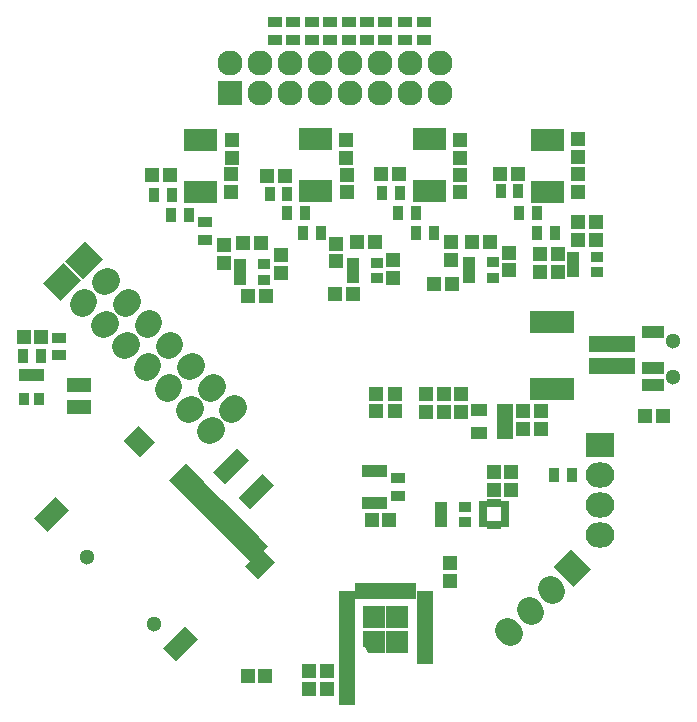
<source format=gbr>
G04 #@! TF.FileFunction,Soldermask,Bot*
%FSLAX46Y46*%
G04 Gerber Fmt 4.6, Leading zero omitted, Abs format (unit mm)*
G04 Created by KiCad (PCBNEW 4.0.0-stable) date Friday, November 04, 2016 'AMt' 11:18:16 AM*
%MOMM*%
G01*
G04 APERTURE LIST*
%ADD10C,0.100000*%
%ADD11R,1.200000X1.150000*%
%ADD12R,1.150000X1.200000*%
%ADD13R,2.432000X2.127200*%
%ADD14O,2.432000X2.127200*%
%ADD15C,2.127200*%
%ADD16R,1.300000X0.900000*%
%ADD17R,0.900000X1.300000*%
%ADD18R,0.850000X1.850000*%
%ADD19R,1.400000X0.654000*%
%ADD20R,0.654000X1.400000*%
%ADD21R,1.900000X1.410000*%
%ADD22R,1.900000X1.900000*%
%ADD23R,1.410000X0.890000*%
%ADD24R,1.460000X1.050000*%
%ADD25R,0.798780X1.149300*%
%ADD26R,1.060400X0.806400*%
%ADD27C,1.300000*%
%ADD28R,1.900000X1.100000*%
%ADD29R,0.700000X1.100000*%
%ADD30R,0.800000X0.650000*%
%ADD31R,0.650000X0.800000*%
%ADD32R,0.806400X1.060400*%
%ADD33R,2.127200X2.127200*%
%ADD34O,2.127200X2.127200*%
%ADD35R,3.900000X1.400000*%
%ADD36R,3.800000X1.900000*%
G04 APERTURE END LIST*
D10*
D11*
X51066000Y40386000D03*
X52566000Y40386000D03*
D12*
X51054000Y48946500D03*
X51054000Y47446500D03*
X51054000Y44525500D03*
X51054000Y46025500D03*
X41097200Y48883000D03*
X41097200Y47383000D03*
X41122600Y44462000D03*
X41122600Y45962000D03*
X31470600Y48908400D03*
X31470600Y47408400D03*
X31521400Y44462000D03*
X31521400Y45962000D03*
X21767800Y48908400D03*
X21767800Y47408400D03*
X21742400Y44474700D03*
X21742400Y45974700D03*
D11*
X45962000Y45974000D03*
X44462000Y45974000D03*
X34429000Y45974000D03*
X35929000Y45974000D03*
X24777000Y45847000D03*
X26277000Y45847000D03*
X15023400Y45923200D03*
X16523400Y45923200D03*
D12*
X33997900Y27407300D03*
X33997900Y25907300D03*
X35547300Y27407300D03*
X35547300Y25907300D03*
X28321000Y3899600D03*
X28321000Y2399600D03*
X40233600Y13069000D03*
X40233600Y11569000D03*
X29819600Y3899600D03*
X29819600Y2399600D03*
D11*
X23100600Y3505200D03*
X24600600Y3505200D03*
D12*
X47955200Y24421400D03*
X47955200Y25921400D03*
X46418500Y24446800D03*
X46418500Y25946800D03*
X38227000Y25869200D03*
X38227000Y27369200D03*
X39725600Y25869200D03*
X39725600Y27369200D03*
X41211500Y25869200D03*
X41211500Y27369200D03*
D11*
X5652200Y32207200D03*
X4152200Y32207200D03*
X45428600Y19291300D03*
X43928600Y19291300D03*
X45428600Y20789900D03*
X43928600Y20789900D03*
D13*
X52984400Y23063200D03*
D14*
X52984400Y20523200D03*
X52984400Y17983200D03*
X52984400Y15443200D03*
D10*
G36*
X50489037Y14261121D02*
X52208721Y12541437D01*
X50704563Y11037279D01*
X48984879Y12756963D01*
X50489037Y14261121D01*
X50489037Y14261121D01*
G37*
D15*
X48908512Y10745386D02*
X48692986Y10960912D01*
X47112461Y8949335D02*
X46896935Y9164861D01*
X45316409Y7153283D02*
X45100883Y7368809D01*
D10*
G36*
X5779479Y36798437D02*
X7499163Y38518121D01*
X9003321Y37013963D01*
X7283637Y35294279D01*
X5779479Y36798437D01*
X5779479Y36798437D01*
G37*
D15*
X9295214Y35217912D02*
X9079688Y35002386D01*
X11091265Y33421861D02*
X10875739Y33206335D01*
X12887317Y31625809D02*
X12671791Y31410283D01*
X14683368Y29829758D02*
X14467842Y29614232D01*
X16479419Y28033707D02*
X16263893Y27818181D01*
X18275470Y26237656D02*
X18059944Y26022130D01*
X20071522Y24441604D02*
X19855996Y24226078D01*
D10*
G36*
X7659079Y38627237D02*
X9378763Y40346921D01*
X10882921Y38842763D01*
X9163237Y37123079D01*
X7659079Y38627237D01*
X7659079Y38627237D01*
G37*
D15*
X11174814Y37046712D02*
X10959288Y36831186D01*
X12970865Y35250661D02*
X12755339Y35035135D01*
X14766917Y33454609D02*
X14551391Y33239083D01*
X16562968Y31658558D02*
X16347442Y31443032D01*
X18359019Y29862507D02*
X18143493Y29646981D01*
X20155070Y28066456D02*
X19939544Y27850930D01*
X21951122Y26270404D02*
X21735596Y26054878D01*
D16*
X38023800Y57390600D03*
X38023800Y58890600D03*
X36398200Y57390600D03*
X36398200Y58890600D03*
X33223200Y57390600D03*
X33223200Y58890600D03*
X34772600Y57390600D03*
X34772600Y58890600D03*
X30099000Y57390600D03*
X30099000Y58890600D03*
X31673800Y57390600D03*
X31673800Y58890600D03*
X26974800Y57390600D03*
X26974800Y58890600D03*
X28524200Y57390600D03*
X28524200Y58890600D03*
X25425400Y58890600D03*
X25425400Y57390600D03*
D17*
X47613000Y42672000D03*
X46113000Y42672000D03*
X47637000Y41021000D03*
X49137000Y41021000D03*
X37326000Y42672000D03*
X35826000Y42672000D03*
X37350000Y41021000D03*
X38850000Y41021000D03*
X27928000Y42672000D03*
X26428000Y42672000D03*
X29325000Y41021000D03*
X27825000Y41021000D03*
X18149000Y42545000D03*
X16649000Y42545000D03*
D16*
X19494500Y40461500D03*
X19494500Y41961500D03*
D17*
X44543132Y44553113D03*
X46043132Y44553113D03*
X34492500Y44386500D03*
X35992500Y44386500D03*
X24980200Y44323000D03*
X26480200Y44323000D03*
X15213900Y44272200D03*
X16713900Y44272200D03*
X50584800Y20523200D03*
X49084800Y20523200D03*
D16*
X7162800Y32157100D03*
X7162800Y30657100D03*
D17*
X5614100Y30632400D03*
X4114100Y30632400D03*
D18*
X47493132Y48912115D03*
X48143132Y48912115D03*
X48793132Y48912115D03*
X49443132Y48912115D03*
X49443132Y44512115D03*
X48793132Y44512115D03*
X48143132Y44512115D03*
X47493132Y44512115D03*
X37506000Y48936000D03*
X38156000Y48936000D03*
X38806000Y48936000D03*
X39456000Y48936000D03*
X39456000Y44536000D03*
X38806000Y44536000D03*
X38156000Y44536000D03*
X37506000Y44536000D03*
X27879400Y48936000D03*
X28529400Y48936000D03*
X29179400Y48936000D03*
X29829400Y48936000D03*
X29829400Y44536000D03*
X29179400Y44536000D03*
X28529400Y44536000D03*
X27879400Y44536000D03*
X18163900Y48885200D03*
X18813900Y48885200D03*
X19463900Y48885200D03*
X20113900Y48885200D03*
X20113900Y44485200D03*
X19463900Y44485200D03*
X18813900Y44485200D03*
X18163900Y44485200D03*
D19*
X31493000Y1399000D03*
X31493000Y1899000D03*
X31493000Y2399000D03*
X31493000Y2899000D03*
X31493000Y3399000D03*
X31493000Y3899000D03*
X31493000Y4399000D03*
X31493000Y4899000D03*
X31493000Y5399000D03*
X31493000Y5899000D03*
X31493000Y6399000D03*
X31493000Y6899000D03*
X31493000Y7399000D03*
X31493000Y7899000D03*
X31493000Y8399000D03*
X31493000Y8899000D03*
X31493000Y9399000D03*
X31493000Y9899000D03*
X31493000Y10399000D03*
D20*
X32548000Y10689000D03*
X33048000Y10689000D03*
X33548000Y10689000D03*
X34048000Y10689000D03*
X34548000Y10689000D03*
X35048000Y10689000D03*
X35548000Y10689000D03*
X36048000Y10689000D03*
X36548000Y10689000D03*
X37048000Y10689000D03*
D19*
X38103000Y10399000D03*
X38103000Y9899000D03*
X38103000Y9399000D03*
X38103000Y8899000D03*
X38103000Y8399000D03*
X38103000Y7899000D03*
X38103000Y7399000D03*
X38103000Y6899000D03*
X38103000Y6399000D03*
X38103000Y5899000D03*
X38103000Y5399000D03*
X38103000Y4899000D03*
D21*
X33798000Y6604000D03*
D22*
X33798000Y8509000D03*
X35798000Y8509000D03*
X35798000Y6389000D03*
D10*
G36*
X33313000Y5444000D02*
X32843000Y6314000D01*
X34193000Y6314000D01*
X33723000Y5444000D01*
X33313000Y5444000D01*
X33313000Y5444000D01*
G37*
D23*
X34038000Y5889000D03*
D24*
X44902300Y25994400D03*
X44902300Y25044400D03*
X44902300Y24094400D03*
X42702300Y24094400D03*
X42702300Y25994400D03*
D25*
X8188960Y28153360D03*
X8839200Y28153360D03*
X9489440Y28153360D03*
X9489440Y26253440D03*
X8839200Y26253440D03*
X8188960Y26253440D03*
D26*
X39509700Y16535400D03*
X39509700Y17856200D03*
X39509700Y17195800D03*
X41541700Y17856200D03*
X41541700Y16535400D03*
D27*
X59154000Y28863600D03*
D28*
X57404000Y28113600D03*
X57404000Y29613600D03*
X57404000Y32613600D03*
D27*
X59154000Y31863600D03*
D10*
G36*
X24861642Y14527128D02*
X23447428Y13112914D01*
X22669610Y13890732D01*
X24083824Y15304946D01*
X24861642Y14527128D01*
X24861642Y14527128D01*
G37*
G36*
X24083825Y15304945D02*
X22669611Y13890731D01*
X21891793Y14668549D01*
X23306007Y16082763D01*
X24083825Y15304945D01*
X24083825Y15304945D01*
G37*
G36*
X23306008Y16082763D02*
X21891794Y14668549D01*
X21113976Y15446367D01*
X22528190Y16860581D01*
X23306008Y16082763D01*
X23306008Y16082763D01*
G37*
G36*
X22528190Y16860580D02*
X21113976Y15446366D01*
X20336158Y16224184D01*
X21750372Y17638398D01*
X22528190Y16860580D01*
X22528190Y16860580D01*
G37*
G36*
X21750373Y17638397D02*
X20336159Y16224183D01*
X19558341Y17002001D01*
X20972555Y18416215D01*
X21750373Y17638397D01*
X21750373Y17638397D01*
G37*
G36*
X20972555Y18416215D02*
X19558341Y17002001D01*
X18780523Y17779819D01*
X20194737Y19194033D01*
X20972555Y18416215D01*
X20972555Y18416215D01*
G37*
G36*
X18639103Y20749667D02*
X17224889Y19335453D01*
X16447071Y20113271D01*
X17861285Y21527485D01*
X18639103Y20749667D01*
X18639103Y20749667D01*
G37*
G36*
X19416920Y19971850D02*
X18002706Y18557636D01*
X17224888Y19335454D01*
X18639102Y20749668D01*
X19416920Y19971850D01*
X19416920Y19971850D01*
G37*
G36*
X20194738Y19194032D02*
X18780524Y17779818D01*
X18002706Y18557636D01*
X19416920Y19971850D01*
X20194738Y19194032D01*
X20194738Y19194032D01*
G37*
D27*
X9517425Y13607889D03*
X15174279Y7951035D03*
D10*
G36*
X25427327Y13112914D02*
X24013114Y11698701D01*
X22881743Y12830072D01*
X24295956Y14244285D01*
X25427327Y13112914D01*
X25427327Y13112914D01*
G37*
G36*
X18921945Y6607531D02*
X17083468Y4769054D01*
X15952097Y5900425D01*
X17790574Y7738902D01*
X18921945Y6607531D01*
X18921945Y6607531D01*
G37*
G36*
X7961790Y17567686D02*
X6123313Y15729209D01*
X4991942Y16860580D01*
X6830419Y18699057D01*
X7961790Y17567686D01*
X7961790Y17567686D01*
G37*
G36*
X15244990Y23295251D02*
X13972198Y22022459D01*
X12557984Y23436673D01*
X13830776Y24709465D01*
X15244990Y23295251D01*
X15244990Y23295251D01*
G37*
D16*
X35828922Y18756835D03*
X35828922Y20256835D03*
D11*
X58255600Y25552400D03*
X56755600Y25552400D03*
D10*
G36*
X25339340Y19662670D02*
X23288730Y17612060D01*
X22298780Y18602010D01*
X24349390Y20652620D01*
X25339340Y19662670D01*
X25339340Y19662670D01*
G37*
G36*
X23218020Y21783990D02*
X21167410Y19733380D01*
X20177460Y20723330D01*
X22228070Y22773940D01*
X23218020Y21783990D01*
X23218020Y21783990D01*
G37*
D11*
X33618418Y16725536D03*
X35118418Y16725536D03*
D29*
X33098420Y18115737D03*
X33598420Y18115737D03*
X34098420Y18115737D03*
X34598420Y18115737D03*
X34598420Y20865737D03*
X34098420Y20865737D03*
X33598420Y20865737D03*
X33098420Y20865737D03*
D30*
X44915300Y17959200D03*
D31*
X43740300Y18134200D03*
X44240300Y18134200D03*
X43740300Y16284200D03*
X44240300Y16284200D03*
D30*
X44915300Y16459200D03*
X44915300Y16959200D03*
X44915300Y17459200D03*
X43065300Y17959200D03*
X43065300Y17459200D03*
X43065300Y16959200D03*
X43065300Y16459200D03*
D32*
X4165600Y29032200D03*
X5486400Y29032200D03*
X4826000Y29032200D03*
X5486400Y27000200D03*
X4165600Y27000200D03*
D11*
X32397000Y40259000D03*
X33897000Y40259000D03*
X42130552Y40282658D03*
X43630552Y40282658D03*
X22745000Y40132000D03*
X24245000Y40132000D03*
X51066000Y41910000D03*
X52566000Y41910000D03*
D12*
X35400000Y38725000D03*
X35400000Y37225000D03*
D11*
X47891000Y39243000D03*
X49391000Y39243000D03*
D12*
X30607000Y40120000D03*
X30607000Y38620000D03*
X45212000Y39358000D03*
X45212000Y37858000D03*
X25908000Y39167500D03*
X25908000Y37667500D03*
X40340551Y40270658D03*
X40340551Y38770658D03*
X21145500Y39993000D03*
X21145500Y38493000D03*
D26*
X50673000Y37693600D03*
X50673000Y39014400D03*
X50673000Y38354000D03*
X52705000Y39014400D03*
X52705000Y37693600D03*
X32004000Y37185600D03*
X32004000Y38506400D03*
X32004000Y37846000D03*
X34036000Y38506400D03*
X34036000Y37185600D03*
D11*
X47891000Y37719000D03*
X49391000Y37719000D03*
X30492000Y35814000D03*
X31992000Y35814000D03*
X38925000Y36700000D03*
X40425000Y36700000D03*
X24675000Y35675000D03*
X23175000Y35675000D03*
D26*
X41864552Y37209259D03*
X41864552Y38530059D03*
X41864552Y37869659D03*
X43896552Y38530059D03*
X43896552Y37209259D03*
X22479000Y37058600D03*
X22479000Y38379400D03*
X22479000Y37719000D03*
X24511000Y38379400D03*
X24511000Y37058600D03*
D33*
X21590000Y52832000D03*
D34*
X21590000Y55372000D03*
X24130000Y52832000D03*
X24130000Y55372000D03*
X26670000Y52832000D03*
X26670000Y55372000D03*
X29210000Y52832000D03*
X29210000Y55372000D03*
X31750000Y52832000D03*
X31750000Y55372000D03*
X34290000Y52832000D03*
X34290000Y55372000D03*
X36830000Y52832000D03*
X36830000Y55372000D03*
X39370000Y52832000D03*
X39370000Y55372000D03*
D35*
X54000400Y31623000D03*
X54000400Y29718000D03*
D36*
X48920400Y33515300D03*
X48920400Y27800300D03*
M02*

</source>
